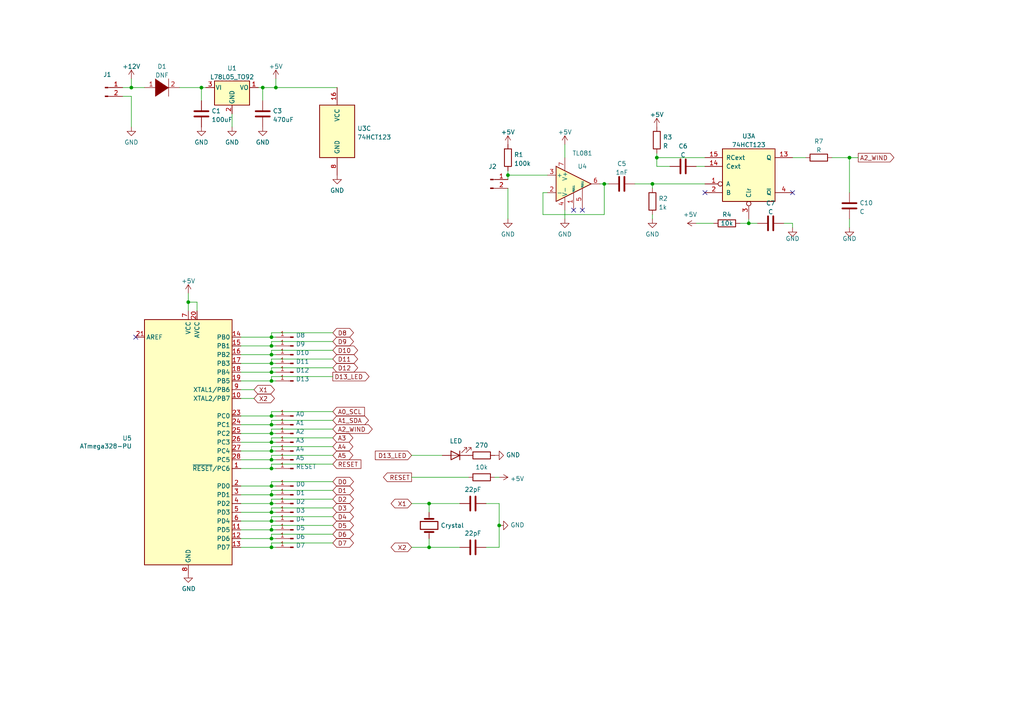
<source format=kicad_sch>
(kicad_sch (version 20230121) (generator eeschema)
  (paper "A4")
  (lib_symbols
    (symbol "74xx:74HCT123" (pin_names (offset 1.016))
      (property "Reference" "U" (at -7.62 8.89 0))
      (property "Value" "74HCT123" (at -7.62 -8.89 0))
      (symbol "74HCT123_1_0"
        (pin input inverted (at -12.7 -2.54 0) (length 5.08) (name "A") (number "1"))
        (pin output line (at 12.7 5.08 180) (length 5.08) (name "Q") (number "13"))
        (pin input line (at -12.7 2.54 0) (length 5.08) (name "Cext") (number "14"))
        (pin input line (at -12.7 5.08 0) (length 5.08) (name "RCext") (number "15"))
        (pin input line (at -12.7 -5.08 0) (length 5.08) (name "B") (number "2"))
        (pin input inverted (at 0 -12.7 90) (length 5.08) (name "Clr") (number "3"))
        (pin output line (at 12.7 -5.08 180) (length 5.08) (name "~{Q}") (number "4"))
      )
      (symbol "74HCT123_1_1"
        (rectangle (start -7.62 7.62) (end 7.62 -7.62) (stroke (width 0.254)) (fill (type background)))
      )
      (symbol "74HCT123_2_0"
        (pin input line (at -12.7 -5.08 0) (length 5.08) (name "B") (number "10"))
        (pin input inverted (at 0 -12.7 90) (length 5.08) (name "Clr") (number "11"))
        (pin output line (at 12.7 -5.08 180) (length 5.08) (name "~{Q}") (number "12"))
        (pin output line (at 12.7 5.08 180) (length 5.08) (name "Q") (number "5"))
        (pin input line (at -12.7 2.54 0) (length 5.08) (name "Cext") (number "6"))
        (pin input line (at -12.7 5.08 0) (length 5.08) (name "RCext") (number "7"))
        (pin input inverted (at -12.7 -2.54 0) (length 5.08) (name "A") (number "9"))
      )
      (symbol "74HCT123_2_1"
        (rectangle (start -7.62 7.62) (end 7.62 -7.62) (stroke (width 0.254)) (fill (type background)))
      )
      (symbol "74HCT123_3_0"
        (pin power_in line (at 0 12.7 270) (length 5.08) (name "VCC") (number "16"))
        (pin power_in line (at 0 -12.7 90) (length 5.08) (name "GND") (number "8"))
      )
      (symbol "74HCT123_3_1"
        (rectangle (start -5.08 7.62) (end 5.08 -7.62) (stroke (width 0.254)) (fill (type background)))
      )
    )
    (symbol "Amplifier_Operational:TL081" (pin_names (offset 0.127))
      (property "Reference" "U" (at 0 6.35 0))
      (property "Value" "TL081" (at 0 3.81 0))
      (symbol "TL081_0_1"
        (polyline (pts (xy -5.08 5.08) (xy 5.08 0) (xy -5.08 -5.08) (xy -5.08 5.08)) (stroke (width 0.254)) (fill (type background)))
      )
      (symbol "TL081_1_1"
        (pin input line (at 0 -7.62 90) (length 5.08) (name "NULL") (number "1"))
        (pin input line (at -7.62 -2.54 0) (length 2.54) (name "-") (number "2"))
        (pin input line (at -7.62 2.54 0) (length 2.54) (name "+") (number "3"))
        (pin power_in line (at -2.54 -7.62 90) (length 3.81) (name "V-") (number "4"))
        (pin input line (at 2.54 -7.62 90) (length 6.35) (name "NULL") (number "5"))
        (pin output line (at 7.62 0 180) (length 2.54) (name "~") (number "6"))
        (pin power_in line (at -2.54 7.62 270) (length 3.81) (name "V+") (number "7"))
        (pin no_connect line (at 0 2.54 270) (length 2.54) hide (name "NC") (number "8"))
      )
    )
    (symbol "Connector:Conn_01x01_Male" (pin_names (offset 1.016) hide)
      (property "Reference" "J" (at 0 2.54 0))
      (property "Value" "Conn_01x01_Male" (at 0 -2.54 0))
      (symbol "Conn_01x01_Male_1_1"
        (polyline (pts (xy 1.27 0) (xy 0.8636 0)) (stroke (width 0.1524)))
        (rectangle (start 0.8636 0.127) (end 0 -0.127) (stroke (width 0.1524)) (fill (type outline)))
        (pin passive line (at 5.08 0 180) (length 3.81) (name "Pin_1") (number "1"))
      )
    )
    (symbol "Connector:Conn_01x02_Male" (pin_names (offset 1.016) hide)
      (property "Reference" "J" (at 0 2.54 0))
      (property "Value" "Conn_01x02_Male" (at 0 -5.08 0))
      (symbol "Conn_01x02_Male_1_1"
        (polyline (pts (xy 1.27 -2.54) (xy 0.8636 -2.54)) (stroke (width 0.1524)))
        (polyline (pts (xy 1.27 0) (xy 0.8636 0)) (stroke (width 0.1524)))
        (rectangle (start 0.8636 -2.413) (end 0 -2.667) (stroke (width 0.1524)) (fill (type outline)))
        (rectangle (start 0.8636 0.127) (end 0 -0.127) (stroke (width 0.1524)) (fill (type outline)))
        (pin passive line (at 5.08 0 180) (length 3.81) (name "Pin_1") (number "1"))
        (pin passive line (at 5.08 -2.54 180) (length 3.81) (name "Pin_2") (number "2"))
      )
    )
    (symbol "Device:C" (pin_numbers hide) (pin_names (offset 0.254))
      (property "Reference" "C" (at 0.635 2.54 0))
      (property "Value" "C" (at 0.635 -2.54 0))
      (symbol "C_0_1"
        (polyline (pts (xy -2.032 -0.762) (xy 2.032 -0.762)) (stroke (width 0.508)))
        (polyline (pts (xy -2.032 0.762) (xy 2.032 0.762)) (stroke (width 0.508)))
      )
      (symbol "C_1_1"
        (pin passive line (at 0 3.81 270) (length 2.794) (name "~") (number "1"))
        (pin passive line (at 0 -3.81 90) (length 2.794) (name "~") (number "2"))
      )
    )
    (symbol "Device:Crystal" (pin_numbers hide) (pin_names (offset 1.016) hide)
      (property "Reference" "Y" (at 0 3.81 0))
      (property "Value" "Crystal" (at 0 -3.81 0))
      (symbol "Crystal_0_1"
        (rectangle (start -1.143 2.54) (end 1.143 -2.54) (stroke (width 0.3048)))
        (polyline (pts (xy -2.54 0) (xy -1.905 0)))
        (polyline (pts (xy -1.905 -1.27) (xy -1.905 1.27)) (stroke (width 0.508)))
        (polyline (pts (xy 1.905 -1.27) (xy 1.905 1.27)) (stroke (width 0.508)))
        (polyline (pts (xy 2.54 0) (xy 1.905 0)))
      )
      (symbol "Crystal_1_1"
        (pin passive line (at -3.81 0 0) (length 1.27) (name "1") (number "1"))
        (pin passive line (at 3.81 0 180) (length 1.27) (name "2") (number "2"))
      )
    )
    (symbol "Device:LED" (pin_numbers hide) (pin_names (offset 1.016) hide)
      (property "Reference" "D" (at 0 2.54 0))
      (property "Value" "LED" (at 0 -2.54 0))
      (symbol "LED_0_1"
        (polyline (pts (xy -1.27 -1.27) (xy -1.27 1.27)) (stroke (width 0.254)))
        (polyline (pts (xy -1.27 0) (xy 1.27 0)))
        (polyline (pts (xy 1.27 -1.27) (xy 1.27 1.27) (xy -1.27 0) (xy 1.27 -1.27)) (stroke (width 0.254)))
        (polyline (pts (xy -3.048 -0.762) (xy -4.572 -2.286) (xy -3.81 -2.286) (xy -4.572 -2.286) (xy -4.572 -1.524)))
        (polyline (pts (xy -1.778 -0.762) (xy -3.302 -2.286) (xy -2.54 -2.286) (xy -3.302 -2.286) (xy -3.302 -1.524)))
      )
      (symbol "LED_1_1"
        (pin passive line (at -3.81 0 0) (length 2.54) (name "K") (number "1"))
        (pin passive line (at 3.81 0 180) (length 2.54) (name "A") (number "2"))
      )
    )
    (symbol "Device:R" (pin_numbers hide) (pin_names (offset 0))
      (property "Reference" "R" (at 2.032 0 90))
      (property "Value" "R" (at 0 0 90))
      (symbol "R_0_1"
        (rectangle (start -1.016 -2.54) (end 1.016 2.54) (stroke (width 0.254)))
      )
      (symbol "R_1_1"
        (pin passive line (at 0 3.81 270) (length 1.27) (name "~") (number "1"))
        (pin passive line (at 0 -3.81 90) (length 1.27) (name "~") (number "2"))
      )
    )
    (symbol "MCU_Microchip_ATmega:ATmega328-PU"
      (property "Reference" "U" (at -12.7 36.83 0))
      (property "Value" "MCU_Microchip_ATmega_ATmega328-PU" (at 2.54 -36.83 0))
      (symbol "ATmega328-PU_0_1"
        (rectangle (start -12.7 -35.56) (end 12.7 35.56) (stroke (width 0.254)) (fill (type background)))
      )
      (symbol "ATmega328-PU_1_1"
        (pin bidirectional line (at 15.24 -7.62 180) (length 2.54) (name "~{RESET}/PC6") (number "1"))
        (pin bidirectional line (at 15.24 12.7 180) (length 2.54) (name "XTAL2/PB7") (number "10"))
        (pin bidirectional line (at 15.24 -25.4 180) (length 2.54) (name "PD5") (number "11"))
        (pin bidirectional line (at 15.24 -27.94 180) (length 2.54) (name "PD6") (number "12"))
        (pin bidirectional line (at 15.24 -30.48 180) (length 2.54) (name "PD7") (number "13"))
        (pin bidirectional line (at 15.24 30.48 180) (length 2.54) (name "PB0") (number "14"))
        (pin bidirectional line (at 15.24 27.94 180) (length 2.54) (name "PB1") (number "15"))
        (pin bidirectional line (at 15.24 25.4 180) (length 2.54) (name "PB2") (number "16"))
        (pin bidirectional line (at 15.24 22.86 180) (length 2.54) (name "PB3") (number "17"))
        (pin bidirectional line (at 15.24 20.32 180) (length 2.54) (name "PB4") (number "18"))
        (pin bidirectional line (at 15.24 17.78 180) (length 2.54) (name "PB5") (number "19"))
        (pin bidirectional line (at 15.24 -12.7 180) (length 2.54) (name "PD0") (number "2"))
        (pin power_in line (at 2.54 38.1 270) (length 2.54) (name "AVCC") (number "20"))
        (pin passive line (at -15.24 30.48 0) (length 2.54) (name "AREF") (number "21"))
        (pin passive line (at 0 -38.1 90) (length 2.54) hide (name "GND") (number "22"))
        (pin bidirectional line (at 15.24 7.62 180) (length 2.54) (name "PC0") (number "23"))
        (pin bidirectional line (at 15.24 5.08 180) (length 2.54) (name "PC1") (number "24"))
        (pin bidirectional line (at 15.24 2.54 180) (length 2.54) (name "PC2") (number "25"))
        (pin bidirectional line (at 15.24 0 180) (length 2.54) (name "PC3") (number "26"))
        (pin bidirectional line (at 15.24 -2.54 180) (length 2.54) (name "PC4") (number "27"))
        (pin bidirectional line (at 15.24 -5.08 180) (length 2.54) (name "PC5") (number "28"))
        (pin bidirectional line (at 15.24 -15.24 180) (length 2.54) (name "PD1") (number "3"))
        (pin bidirectional line (at 15.24 -17.78 180) (length 2.54) (name "PD2") (number "4"))
        (pin bidirectional line (at 15.24 -20.32 180) (length 2.54) (name "PD3") (number "5"))
        (pin bidirectional line (at 15.24 -22.86 180) (length 2.54) (name "PD4") (number "6"))
        (pin power_in line (at 0 38.1 270) (length 2.54) (name "VCC") (number "7"))
        (pin power_in line (at 0 -38.1 90) (length 2.54) (name "GND") (number "8"))
        (pin bidirectional line (at 15.24 15.24 180) (length 2.54) (name "XTAL1/PB6") (number "9"))
      )
    )
    (symbol "Regulator_Linear:L78L05_TO92" (pin_names (offset 0.254))
      (property "Reference" "U" (at -3.81 3.175 0))
      (property "Value" "L78L05_TO92" (at 0 3.175 0))
      (symbol "L78L05_TO92_0_1"
        (rectangle (start -5.08 -5.08) (end 5.08 1.905) (stroke (width 0.254)) (fill (type background)))
      )
      (symbol "L78L05_TO92_1_1"
        (pin power_out line (at 7.62 0 180) (length 2.54) (name "VO") (number "1"))
        (pin power_in line (at 0 -7.62 90) (length 2.54) (name "GND") (number "2"))
        (pin power_in line (at -7.62 0 0) (length 2.54) (name "VI") (number "3"))
      )
    )
    (symbol "power:+12V" (power) (pin_names (offset 0))
      (property "Value" "+12V" (at 0 3.556 0))
      (symbol "+12V_0_1"
        (polyline (pts (xy -0.762 1.27) (xy 0 2.54)))
        (polyline (pts (xy 0 0) (xy 0 2.54)))
        (polyline (pts (xy 0 2.54) (xy 0.762 1.27)))
      )
      (symbol "+12V_1_1"
        (pin power_in line (at 0 0 90) (length 0) hide (name "+12V") (number "1"))
      )
    )
    (symbol "power:+5V" (power) (pin_names (offset 0))
      (property "Value" "+5V" (at 0 3.556 0))
      (symbol "+5V_0_1"
        (polyline (pts (xy -0.762 1.27) (xy 0 2.54)))
        (polyline (pts (xy 0 0) (xy 0 2.54)))
        (polyline (pts (xy 0 2.54) (xy 0.762 1.27)))
      )
      (symbol "+5V_1_1"
        (pin power_in line (at 0 0 90) (length 0) hide (name "+5V") (number "1"))
      )
    )
    (symbol "power:GND" (power) (pin_names (offset 0))
      (property "Value" "GND" (at 0 -3.81 0))
      (symbol "GND_0_1"
        (polyline (pts (xy 0 0) (xy 0 -1.27) (xy 1.27 -1.27) (xy 0 -2.54) (xy -1.27 -1.27) (xy 0 -1.27)))
      )
      (symbol "GND_1_1"
        (pin power_in line (at 0 0 270) (length 0) hide (name "GND") (number "1"))
      )
    )
    (symbol "pspice:DIODE" (pin_names (offset 1.016) hide)
      (property "Reference" "D" (at 0 3.81 0))
      (property "Value" "DIODE" (at 0 -4.445 0))
      (symbol "DIODE_0_1"
        (polyline (pts (xy 1.905 2.54) (xy 1.905 -2.54)))
        (polyline (pts (xy -1.905 2.54) (xy -1.905 -2.54) (xy 1.905 0)) (fill (type outline)))
      )
      (symbol "DIODE_1_1"
        (pin input line (at -5.08 0 0) (length 3.81) (name "K") (number "1"))
        (pin input line (at 5.08 0 180) (length 3.81) (name "A") (number "2"))
      )
    )
  )
  (junction (at 78.74 128.27))
  (junction (at 78.74 140.97))
  (junction (at 78.74 102.87))
  (junction (at 78.74 135.89))
  (junction (at 78.74 123.19))
  (junction (at 189.23 53.34))
  (junction (at 54.61 87.63))
  (junction (at 175.26 53.34))
  (junction (at 76.2 25.4))
  (junction (at 78.74 125.73))
  (junction (at 147.32 50.8))
  (junction (at 78.74 107.95))
  (junction (at 78.74 156.21))
  (junction (at 38.1 25.4))
  (junction (at 78.74 130.81))
  (junction (at 78.74 97.79))
  (junction (at 78.74 120.65))
  (junction (at 58.42 25.4))
  (junction (at 190.5 45.72))
  (junction (at 78.74 151.13))
  (junction (at 78.74 100.33))
  (junction (at 80.01 25.4))
  (junction (at 246.38 45.72))
  (junction (at 217.17 64.77))
  (junction (at 124.46 158.75))
  (junction (at 78.74 158.75))
  (junction (at 144.78 152.4))
  (junction (at 78.74 105.41))
  (junction (at 78.74 133.35))
  (junction (at 78.74 143.51))
  (junction (at 78.74 148.59))
  (junction (at 78.74 153.67))
  (junction (at 124.46 146.05))
  (junction (at 78.74 110.49))
  (junction (at 78.74 146.05))
  (no_connect (at 229.87 55.88))
  (no_connect (at 204.47 55.88))
  (no_connect (at 168.91 60.96))
  (no_connect (at 166.37 60.96))
  (no_connect (at 39.37 97.79))
  (wire (pts (xy 58.42 25.4) (xy 59.69 25.4)))
  (wire (pts (xy 175.26 53.34) (xy 176.53 53.34)))
  (wire (pts (xy 78.74 135.89) (xy 78.74 134.62)))
  (wire (pts (xy 133.35 146.05) (xy 124.46 146.05)))
  (wire (pts (xy 78.74 142.24) (xy 78.74 143.51)))
  (wire (pts (xy 144.78 158.75) (xy 140.97 158.75)))
  (wire (pts (xy 69.85 148.59) (xy 78.74 148.59)))
  (wire (pts (xy 246.38 45.72) (xy 248.92 45.72)))
  (wire (pts (xy 190.5 45.72) (xy 190.5 48.26)))
  (wire (pts (xy 78.74 121.92) (xy 96.52 121.92)))
  (wire (pts (xy 78.74 100.33) (xy 69.85 100.33)))
  (wire (pts (xy 54.61 85.09) (xy 54.61 87.63)))
  (wire (pts (xy 78.74 96.52) (xy 96.52 96.52)))
  (wire (pts (xy 189.23 53.34) (xy 204.47 53.34)))
  (wire (pts (xy 124.46 146.05) (xy 119.38 146.05)))
  (wire (pts (xy 78.74 110.49) (xy 78.74 109.22)))
  (wire (pts (xy 163.83 60.96) (xy 163.83 63.5)))
  (wire (pts (xy 80.01 146.05) (xy 78.74 146.05)))
  (wire (pts (xy 52.07 25.4) (xy 58.42 25.4)))
  (wire (pts (xy 175.26 53.34) (xy 175.26 62.23)))
  (wire (pts (xy 78.74 124.46) (xy 96.52 124.46)))
  (wire (pts (xy 69.85 120.65) (xy 78.74 120.65)))
  (wire (pts (xy 190.5 45.72) (xy 204.47 45.72)))
  (wire (pts (xy 78.74 134.62) (xy 96.52 134.62)))
  (wire (pts (xy 69.85 153.67) (xy 78.74 153.67)))
  (wire (pts (xy 78.74 104.14) (xy 96.52 104.14)))
  (wire (pts (xy 78.74 158.75) (xy 78.74 157.48)))
  (wire (pts (xy 78.74 135.89) (xy 80.01 135.89)))
  (wire (pts (xy 78.74 140.97) (xy 69.85 140.97)))
  (wire (pts (xy 246.38 63.5) (xy 246.38 66.04)))
  (wire (pts (xy 78.74 123.19) (xy 69.85 123.19)))
  (wire (pts (xy 78.74 102.87) (xy 80.01 102.87)))
  (wire (pts (xy 38.1 25.4) (xy 41.91 25.4)))
  (wire (pts (xy 78.74 102.87) (xy 78.74 101.6)))
  (wire (pts (xy 144.78 146.05) (xy 144.78 152.4)))
  (wire (pts (xy 58.42 25.4) (xy 58.42 29.21)))
  (wire (pts (xy 246.38 45.72) (xy 246.38 55.88)))
  (wire (pts (xy 157.48 62.23) (xy 175.26 62.23)))
  (wire (pts (xy 135.89 138.43) (xy 119.38 138.43)))
  (wire (pts (xy 38.1 22.86) (xy 38.1 25.4)))
  (wire (pts (xy 147.32 50.8) (xy 158.75 50.8)))
  (wire (pts (xy 78.74 120.65) (xy 78.74 119.38)))
  (wire (pts (xy 78.74 127) (xy 96.52 127)))
  (wire (pts (xy 124.46 158.75) (xy 133.35 158.75)))
  (wire (pts (xy 78.74 133.35) (xy 69.85 133.35)))
  (wire (pts (xy 69.85 158.75) (xy 78.74 158.75)))
  (wire (pts (xy 124.46 156.21) (xy 124.46 158.75)))
  (wire (pts (xy 201.93 64.77) (xy 207.01 64.77)))
  (wire (pts (xy 80.01 105.41) (xy 78.74 105.41)))
  (wire (pts (xy 69.85 130.81) (xy 78.74 130.81)))
  (wire (pts (xy 78.74 123.19) (xy 78.74 121.92)))
  (wire (pts (xy 143.51 138.43) (xy 144.78 138.43)))
  (wire (pts (xy 229.87 45.72) (xy 233.68 45.72)))
  (wire (pts (xy 217.17 64.77) (xy 219.71 64.77)))
  (wire (pts (xy 119.38 132.08) (xy 128.27 132.08)))
  (wire (pts (xy 78.74 152.4) (xy 96.52 152.4)))
  (wire (pts (xy 78.74 129.54) (xy 96.52 129.54)))
  (wire (pts (xy 78.74 156.21) (xy 69.85 156.21)))
  (wire (pts (xy 78.74 130.81) (xy 80.01 130.81)))
  (wire (pts (xy 78.74 125.73) (xy 78.74 124.46)))
  (wire (pts (xy 78.74 149.86) (xy 78.74 151.13)))
  (wire (pts (xy 163.83 41.91) (xy 163.83 45.72)))
  (wire (pts (xy 78.74 105.41) (xy 69.85 105.41)))
  (wire (pts (xy 78.74 97.79) (xy 80.01 97.79)))
  (wire (pts (xy 74.93 25.4) (xy 76.2 25.4)))
  (wire (pts (xy 189.23 62.23) (xy 189.23 63.5)))
  (wire (pts (xy 69.85 102.87) (xy 78.74 102.87)))
  (wire (pts (xy 78.74 110.49) (xy 69.85 110.49)))
  (wire (pts (xy 78.74 132.08) (xy 96.52 132.08)))
  (wire (pts (xy 78.74 154.94) (xy 78.74 156.21)))
  (wire (pts (xy 78.74 120.65) (xy 80.01 120.65)))
  (wire (pts (xy 78.74 153.67) (xy 80.01 153.67)))
  (wire (pts (xy 80.01 25.4) (xy 97.79 25.4)))
  (wire (pts (xy 78.74 154.94) (xy 96.52 154.94)))
  (wire (pts (xy 78.74 152.4) (xy 78.74 153.67)))
  (wire (pts (xy 78.74 128.27) (xy 69.85 128.27)))
  (wire (pts (xy 80.01 151.13) (xy 78.74 151.13)))
  (wire (pts (xy 158.75 55.88) (xy 157.48 55.88)))
  (wire (pts (xy 78.74 151.13) (xy 69.85 151.13)))
  (wire (pts (xy 78.74 147.32) (xy 96.52 147.32)))
  (wire (pts (xy 78.74 148.59) (xy 80.01 148.59)))
  (wire (pts (xy 140.97 146.05) (xy 144.78 146.05)))
  (wire (pts (xy 69.85 115.57) (xy 73.66 115.57)))
  (wire (pts (xy 69.85 135.89) (xy 78.74 135.89)))
  (wire (pts (xy 78.74 144.78) (xy 96.52 144.78)))
  (wire (pts (xy 201.93 48.26) (xy 204.47 48.26)))
  (wire (pts (xy 147.32 54.61) (xy 147.32 63.5)))
  (wire (pts (xy 173.99 53.34) (xy 175.26 53.34)))
  (wire (pts (xy 76.2 25.4) (xy 80.01 25.4)))
  (wire (pts (xy 78.74 139.7) (xy 96.52 139.7)))
  (wire (pts (xy 78.74 147.32) (xy 78.74 148.59)))
  (wire (pts (xy 157.48 55.88) (xy 157.48 62.23)))
  (wire (pts (xy 78.74 128.27) (xy 78.74 127)))
  (wire (pts (xy 184.15 53.34) (xy 189.23 53.34)))
  (wire (pts (xy 147.32 49.53) (xy 147.32 50.8)))
  (wire (pts (xy 38.1 36.83) (xy 38.1 27.94)))
  (wire (pts (xy 144.78 152.4) (xy 144.78 158.75)))
  (wire (pts (xy 190.5 48.26) (xy 194.31 48.26)))
  (wire (pts (xy 69.85 107.95) (xy 78.74 107.95)))
  (wire (pts (xy 78.74 149.86) (xy 96.52 149.86)))
  (wire (pts (xy 78.74 158.75) (xy 80.01 158.75)))
  (wire (pts (xy 78.74 157.48) (xy 96.52 157.48)))
  (wire (pts (xy 76.2 29.21) (xy 76.2 25.4)))
  (wire (pts (xy 78.74 107.95) (xy 78.74 106.68)))
  (wire (pts (xy 78.74 101.6) (xy 96.52 101.6)))
  (wire (pts (xy 214.63 64.77) (xy 217.17 64.77)))
  (wire (pts (xy 78.74 109.22) (xy 96.52 109.22)))
  (wire (pts (xy 78.74 107.95) (xy 80.01 107.95)))
  (wire (pts (xy 54.61 87.63) (xy 57.15 87.63)))
  (wire (pts (xy 124.46 146.05) (xy 124.46 148.59)))
  (wire (pts (xy 78.74 99.06) (xy 96.52 99.06)))
  (wire (pts (xy 78.74 119.38) (xy 96.52 119.38)))
  (wire (pts (xy 147.32 50.8) (xy 147.32 52.07)))
  (wire (pts (xy 69.85 143.51) (xy 78.74 143.51)))
  (wire (pts (xy 67.31 33.02) (xy 67.31 36.83)))
  (wire (pts (xy 78.74 143.51) (xy 80.01 143.51)))
  (wire (pts (xy 217.17 63.5) (xy 217.17 64.77)))
  (wire (pts (xy 35.56 25.4) (xy 38.1 25.4)))
  (wire (pts (xy 69.85 97.79) (xy 78.74 97.79)))
  (wire (pts (xy 54.61 87.63) (xy 54.61 90.17)))
  (wire (pts (xy 80.01 133.35) (xy 78.74 133.35)))
  (wire (pts (xy 57.15 87.63) (xy 57.15 90.17)))
  (wire (pts (xy 78.74 106.68) (xy 96.52 106.68)))
  (wire (pts (xy 78.74 144.78) (xy 78.74 146.05)))
  (wire (pts (xy 78.74 133.35) (xy 78.74 132.08)))
  (wire (pts (xy 78.74 105.41) (xy 78.74 104.14)))
  (wire (pts (xy 80.01 22.86) (xy 80.01 25.4)))
  (wire (pts (xy 80.01 110.49) (xy 78.74 110.49)))
  (wire (pts (xy 80.01 140.97) (xy 78.74 140.97)))
  (wire (pts (xy 80.01 100.33) (xy 78.74 100.33)))
  (wire (pts (xy 73.66 113.03) (xy 69.85 113.03)))
  (wire (pts (xy 78.74 100.33) (xy 78.74 99.06)))
  (wire (pts (xy 80.01 156.21) (xy 78.74 156.21)))
  (wire (pts (xy 78.74 142.24) (xy 96.52 142.24)))
  (wire (pts (xy 241.3 45.72) (xy 246.38 45.72)))
  (wire (pts (xy 229.87 64.77) (xy 229.87 66.04)))
  (wire (pts (xy 78.74 130.81) (xy 78.74 129.54)))
  (wire (pts (xy 78.74 125.73) (xy 80.01 125.73)))
  (wire (pts (xy 78.74 139.7) (xy 78.74 140.97)))
  (wire (pts (xy 69.85 125.73) (xy 78.74 125.73)))
  (wire (pts (xy 78.74 97.79) (xy 78.74 96.52)))
  (wire (pts (xy 80.01 123.19) (xy 78.74 123.19)))
  (wire (pts (xy 80.01 128.27) (xy 78.74 128.27)))
  (wire (pts (xy 35.56 27.94) (xy 38.1 27.94)))
  (wire (pts (xy 190.5 44.45) (xy 190.5 45.72)))
  (wire (pts (xy 189.23 53.34) (xy 189.23 54.61)))
  (wire (pts (xy 227.33 64.77) (xy 229.87 64.77)))
  (wire (pts (xy 78.74 146.05) (xy 69.85 146.05)))
  (wire (pts (xy 124.46 158.75) (xy 119.38 158.75)))
  (global_label "A1_SDA" (shape bidirectional) (at 96.52 121.92 0) (property "Intersheetrefs" "${INTERSHEET_REFS}" (effects hide)))
  (global_label "A2_WIND" (shape output) (at 248.92 45.72 0) (property "Intersheetrefs" "${INTERSHEET_REFS}" (effects hide)))
  (global_label "X1" (shape bidirectional) (at 119.38 146.05 180) (property "Intersheetrefs" "${INTERSHEET_REFS}" (effects hide)))
  (global_label "D1" (shape bidirectional) (at 96.52 142.24 0) (property "Intersheetrefs" "${INTERSHEET_REFS}" (effects hide)))
  (global_label "A2_WIND" (shape bidirectional) (at 96.52 124.46 0) (property "Intersheetrefs" "${INTERSHEET_REFS}" (effects hide)))
  (global_label "D3" (shape bidirectional) (at 96.52 147.32 0) (property "Intersheetrefs" "${INTERSHEET_REFS}" (effects hide)))
  (global_label "A3" (shape bidirectional) (at 96.52 127 0) (property "Intersheetrefs" "${INTERSHEET_REFS}" (effects hide)))
  (global_label "X2" (shape bidirectional) (at 73.66 115.57 0) (property "Intersheetrefs" "${INTERSHEET_REFS}" (effects hide)))
  (global_label "D12" (shape bidirectional) (at 96.52 106.68 0) (property "Intersheetrefs" "${INTERSHEET_REFS}" (effects hide)))
  (global_label "D0" (shape bidirectional) (at 96.52 139.7 0) (property "Intersheetrefs" "${INTERSHEET_REFS}" (effects hide)))
  (global_label "D10" (shape bidirectional) (at 96.52 101.6 0) (property "Intersheetrefs" "${INTERSHEET_REFS}" (effects hide)))
  (global_label "X1" (shape bidirectional) (at 73.66 113.03 0) (property "Intersheetrefs" "${INTERSHEET_REFS}" (effects hide)))
  (global_label "RESET" (shape input) (at 96.52 134.62 0) (property "Intersheetrefs" "${INTERSHEET_REFS}" (effects hide)))
  (global_label "A0_SCL" (shape input) (at 96.52 119.38 0) (property "Intersheetrefs" "${INTERSHEET_REFS}" (effects hide)))
  (global_label "D13_LED" (shape input) (at 119.38 132.08 180) (property "Intersheetrefs" "${INTERSHEET_REFS}" (effects hide)))
  (global_label "A5" (shape bidirectional) (at 96.52 132.08 0) (property "Intersheetrefs" "${INTERSHEET_REFS}" (effects hide)))
  (global_label "D4" (shape bidirectional) (at 96.52 149.86 0) (property "Intersheetrefs" "${INTERSHEET_REFS}" (effects hide)))
  (global_label "RESET" (shape output) (at 119.38 138.43 180) (property "Intersheetrefs" "${INTERSHEET_REFS}" (effects hide)))
  (global_label "D11" (shape bidirectional) (at 96.52 104.14 0) (property "Intersheetrefs" "${INTERSHEET_REFS}" (effects hide)))
  (global_label "D9" (shape bidirectional) (at 96.52 99.06 0) (property "Intersheetrefs" "${INTERSHEET_REFS}" (effects hide)))
  (global_label "X2" (shape bidirectional) (at 119.38 158.75 180) (property "Intersheetrefs" "${INTERSHEET_REFS}" (effects hide)))
  (global_label "D7" (shape bidirectional) (at 96.52 157.48 0) (property "Intersheetrefs" "${INTERSHEET_REFS}" (effects hide)))
  (global_label "A4" (shape bidirectional) (at 96.52 129.54 0) (property "Intersheetrefs" "${INTERSHEET_REFS}" (effects hide)))
  (global_label "D2" (shape bidirectional) (at 96.52 144.78 0) (property "Intersheetrefs" "${INTERSHEET_REFS}" (effects hide)))
  (global_label "D13_LED" (shape output) (at 96.52 109.22 0) (property "Intersheetrefs" "${INTERSHEET_REFS}" (effects hide)))
  (global_label "D6" (shape bidirectional) (at 96.52 154.94 0) (property "Intersheetrefs" "${INTERSHEET_REFS}" (effects hide)))
  (global_label "D5" (shape bidirectional) (at 96.52 152.4 0) (property "Intersheetrefs" "${INTERSHEET_REFS}" (effects hide)))
  (global_label "D8" (shape bidirectional) (at 96.52 96.52 0) (property "Intersheetrefs" "${INTERSHEET_REFS}" (effects hide)))
  (symbol (lib_id "Connector:Conn_01x01_Male") (at 85.09 158.75 180) (unit 1)
    (property "Reference" "J23" (effects hide))
    (property "Value" "D7" (at 85.8012 158.1912 0) (effects (justify right)))
    (property "Footprint" "Connector_PinHeader_2.54mm:PinHeader_1x01_P2.54mm_Vertical" (effects hide))
  )
  (symbol (lib_id "Connector:Conn_01x01_Male") (at 85.09 120.65 180) (unit 1)
    (property "Reference" "J9" (effects hide))
    (property "Value" "A0" (at 85.8012 120.0912 0) (effects (justify right)))
    (property "Footprint" "Connector_PinHeader_2.54mm:PinHeader_1x01_P2.54mm_Vertical" (effects hide))
  )
  (symbol (lib_id "Device:C") (at 76.2 33.02 0) (unit 1)
    (property "Reference" "C3" (at 79.121 32.1853 0) (effects (justify left)))
    (property "Value" "470uF" (at 79.121 34.7222 0) (effects (justify left)))
    (property "Footprint" "Capacitor_THT:C_Radial_D6.3mm_H11.0mm_P2.50mm" (effects hide))
  )
  (symbol (lib_id "Device:R") (at 190.5 40.64 0) (unit 1)
    (property "Reference" "R3" (at 192.278 39.8053 0) (effects (justify left)))
    (property "Value" "R" (at 192.278 42.3422 0) (effects (justify left)))
    (property "Footprint" "Resistor_THT:R_Axial_DIN0207_L6.3mm_D2.5mm_P7.62mm_Horizontal" (effects hide))
  )
  (symbol (lib_id "Device:Crystal") (at 124.46 152.4 270) (unit 1)
    (property "Reference" "Y1" (effects hide))
    (property "Value" "Crystal" (at 127.7874 152.4 90) (effects (justify left)))
    (property "Footprint" "Crystal:Crystal_HC49-4H_Vertical" (effects hide))
  )
  (symbol (lib_id "MCU_Microchip_ATmega:ATmega328-PU") (at 54.61 128.27 0) (unit 1)
    (property "Reference" "U5" (at 38.2524 127.1016 0) (effects (justify right)))
    (property "Value" "ATmega328-PU" (at 38.2524 129.413 0) (effects (justify right)))
    (property "Footprint" "Package_DIP:DIP-28_W7.62mm_Socket" (effects hide))
    (property "Datasheet" "http://ww1.microchip.com/downloads/en/DeviceDoc/ATmega328_P%20AVR%20MCU%20with%20picoPower%20Technology%20Data%20Sheet%2040001984A.pdf" (effects hide))
  )
  (symbol (lib_id "Device:R") (at 139.7 138.43 90) (unit 1)
    (property "Reference" "R6" (effects hide))
    (property "Value" "10k" (at 139.7 135.509 90))
    (property "Footprint" "Resistor_THT:R_Axial_DIN0207_L6.3mm_D2.5mm_P7.62mm_Horizontal" (effects hide))
  )
  (symbol (lib_id "Device:R") (at 147.32 45.72 0) (unit 1)
    (property "Reference" "R1" (at 149.098 44.8853 0) (effects (justify left)))
    (property "Value" "100k" (at 149.098 47.4222 0) (effects (justify left)))
    (property "Footprint" "Resistor_THT:R_Axial_DIN0207_L6.3mm_D2.5mm_P7.62mm_Horizontal" (effects hide))
  )
  (symbol (lib_id "Connector:Conn_01x01_Male") (at 85.09 140.97 180) (unit 1)
    (property "Reference" "J16" (effects hide))
    (property "Value" "D0" (at 85.8012 140.4112 0) (effects (justify right)))
    (property "Footprint" "Connector_PinHeader_2.54mm:PinHeader_1x01_P2.54mm_Vertical" (effects hide))
  )
  (symbol (lib_id "Connector:Conn_01x02_Male") (at 142.24 52.07 0) (unit 1)
    (property "Reference" "J2" (at 142.875 48.294 0))
    (property "Value" "WindConnector" (effects hide))
    (property "Footprint" "Connector_PinHeader_2.54mm:PinHeader_1x02_P2.54mm_Vertical" (effects hide))
  )
  (symbol (lib_id "power:+12V") (at 38.1 22.86 0) (unit 1)
    (property "Reference" "#PWR01" (effects hide))
    (property "Value" "+12V" (at 38.1 19.2842 0))
  )
  (symbol (lib_id "power:GND") (at 97.79 50.8 0) (unit 1)
    (property "Reference" "#PWR011" (effects hide))
    (property "Value" "GND" (at 97.79 55.2434 0))
  )
  (symbol (lib_id "power:GND") (at 229.87 66.04 0) (unit 1)
    (property "Reference" "#PWR019" (effects hide))
    (property "Value" "GND" (at 229.87 69.2134 0))
  )
  (symbol (lib_id "power:GND") (at 147.32 63.5 0) (unit 1)
    (property "Reference" "#PWR013" (effects hide))
    (property "Value" "GND" (at 147.32 67.9434 0))
  )
  (symbol (lib_id "Connector:Conn_01x01_Male") (at 85.09 151.13 180) (unit 1)
    (property "Reference" "J20" (effects hide))
    (property "Value" "D4" (at 85.8012 150.5712 0) (effects (justify right)))
    (property "Footprint" "Connector_PinHeader_2.54mm:PinHeader_1x01_P2.54mm_Vertical" (effects hide))
  )
  (symbol (lib_id "Device:C") (at 137.16 146.05 270) (unit 1)
    (property "Reference" "C8" (effects hide))
    (property "Value" "22pF" (at 137.16 141.986 90))
    (property "Footprint" "Capacitor_THT:C_Disc_D3.0mm_W1.6mm_P2.50mm" (effects hide))
  )
  (symbol (lib_id "Device:C") (at 246.38 59.69 180) (unit 1)
    (property "Reference" "C10" (at 249.301 58.8553 0) (effects (justify right)))
    (property "Value" "C" (at 249.301 61.3922 0) (effects (justify right)))
  )
  (symbol (lib_id "Connector:Conn_01x01_Male") (at 85.09 153.67 180) (unit 1)
    (property "Reference" "J21" (effects hide))
    (property "Value" "D5" (at 85.8012 153.1112 0) (effects (justify right)))
    (property "Footprint" "Connector_PinHeader_2.54mm:PinHeader_1x01_P2.54mm_Vertical" (effects hide))
  )
  (symbol (lib_id "power:+5V") (at 190.5 36.83 0) (unit 1)
    (property "Reference" "#PWR017" (effects hide))
    (property "Value" "+5V" (at 190.5 33.2542 0))
  )
  (symbol (lib_id "power:GND") (at 38.1 36.83 0) (unit 1)
    (property "Reference" "#PWR02" (effects hide))
    (property "Value" "GND" (at 38.1 41.2734 0))
  )
  (symbol (lib_id "Device:R") (at 210.82 64.77 90) (unit 1)
    (property "Reference" "R4" (at 210.82 62.23 90))
    (property "Value" "10k" (at 210.82 64.77 90))
    (property "Footprint" "Resistor_THT:R_Axial_DIN0207_L6.3mm_D2.5mm_P7.62mm_Horizontal" (effects hide))
  )
  (symbol (lib_id "power:GND") (at 189.23 63.5 0) (unit 1)
    (property "Reference" "#PWR016" (effects hide))
    (property "Value" "GND" (at 189.23 67.9434 0))
  )
  (symbol (lib_id "Device:R") (at 237.49 45.72 90) (unit 1)
    (property "Reference" "R7" (at 237.49 41.0042 90))
    (property "Value" "R" (at 237.49 43.5411 90))
    (property "Footprint" "Resistor_THT:R_Axial_DIN0207_L6.3mm_D2.5mm_P7.62mm_Horizontal" (effects hide))
  )
  (symbol (lib_id "power:GND") (at 163.83 63.5 0) (unit 1)
    (property "Reference" "#PWR015" (effects hide))
    (property "Value" "GND" (at 163.83 67.9434 0))
  )
  (symbol (lib_id "Connector:Conn_01x01_Male") (at 85.09 146.05 180) (unit 1)
    (property "Reference" "J18" (effects hide))
    (property "Value" "D2" (at 85.8012 145.4912 0) (effects (justify right)))
    (property "Footprint" "Connector_PinHeader_2.54mm:PinHeader_1x01_P2.54mm_Vertical" (effects hide))
  )
  (symbol (lib_id "power:GND") (at 58.42 36.83 0) (unit 1)
    (property "Reference" "#PWR03" (effects hide))
    (property "Value" "GND" (at 58.42 41.2734 0))
  )
  (symbol (lib_id "power:GND") (at 246.38 66.04 0) (unit 1)
    (property "Reference" "#PWR025" (effects hide))
    (property "Value" "GND" (at 246.38 69.2134 0))
  )
  (symbol (lib_id "power:+5V") (at 163.83 41.91 0) (unit 1)
    (property "Reference" "#PWR014" (effects hide))
    (property "Value" "+5V" (at 163.83 38.3342 0))
  )
  (symbol (lib_id "Connector:Conn_01x01_Male") (at 85.09 110.49 180) (unit 1)
    (property "Reference" "J8" (effects hide))
    (property "Value" "D13" (at 85.8012 109.9312 0) (effects (justify right)))
    (property "Footprint" "Connector_PinHeader_2.54mm:PinHeader_1x01_P2.54mm_Vertical" (effects hide))
  )
  (symbol (lib_id "Connector:Conn_01x01_Male") (at 85.09 123.19 180) (unit 1)
    (property "Reference" "J10" (effects hide))
    (property "Value" "A1" (at 85.8012 122.6312 0) (effects (justify right)))
    (property "Footprint" "Connector_PinHeader_2.54mm:PinHeader_1x01_P2.54mm_Vertical" (effects hide))
  )
  (symbol (lib_id "Device:C") (at 137.16 158.75 270) (unit 1)
    (property "Reference" "C9" (effects hide))
    (property "Value" "22pF" (at 137.16 154.686 90))
    (property "Footprint" "Capacitor_THT:C_Disc_D3.0mm_W1.6mm_P2.50mm" (effects hide))
  )
  (symbol (lib_id "Regulator_Linear:L78L05_TO92") (at 67.31 25.4 0) (unit 1)
    (property "Reference" "U1" (at 67.31 19.7952 0))
    (property "Value" "L78L05_TO92" (at 67.31 22.3321 0))
    (property "Footprint" "Package_TO_SOT_THT:TO-92_Inline" (effects hide))
    (property "Datasheet" "http://www.st.com/content/ccc/resource/technical/document/datasheet/15/55/e5/aa/23/5b/43/fd/CD00000446.pdf/files/CD00000446.pdf/jcr:content/translations/en.CD00000446.pdf" (effects hide))
  )
  (symbol (lib_id "power:+5V") (at 147.32 41.91 0) (unit 1)
    (property "Reference" "#PWR012" (effects hide))
    (property "Value" "+5V" (at 147.32 38.3342 0))
  )
  (symbol (lib_id "Connector:Conn_01x01_Male") (at 85.09 100.33 180) (unit 1)
    (property "Reference" "J4" (effects hide))
    (property "Value" "D9" (at 85.8012 99.7712 0) (effects (justify right)))
    (property "Footprint" "Connector_PinHeader_2.54mm:PinHeader_1x01_P2.54mm_Vertical" (effects hide))
  )
  (symbol (lib_id "Connector:Conn_01x01_Male") (at 85.09 128.27 180) (unit 1)
    (property "Reference" "J12" (effects hide))
    (property "Value" "A3" (at 85.8012 127.7112 0) (effects (justify right)))
    (property "Footprint" "Connector_PinHeader_2.54mm:PinHeader_1x01_P2.54mm_Vertical" (effects hide))
  )
  (symbol (lib_id "Connector:Conn_01x01_Male") (at 85.09 105.41 180) (unit 1)
    (property "Reference" "J6" (effects hide))
    (property "Value" "D11" (at 85.8012 104.8512 0) (effects (justify right)))
    (property "Footprint" "Connector_PinHeader_2.54mm:PinHeader_1x01_P2.54mm_Vertical" (effects hide))
  )
  (symbol (lib_id "power:+5V") (at 144.78 138.43 270) (unit 1)
    (property "Reference" "#PWR023" (effects hide))
    (property "Value" "+5V" (at 147.955 138.8638 90) (effects (justify left)))
  )
  (symbol (lib_id "Device:C") (at 180.34 53.34 90) (unit 1)
    (property "Reference" "C5" (at 180.34 47.4812 90))
    (property "Value" "1nF" (at 180.34 50.0181 90))
  )
  (symbol (lib_id "Connector:Conn_01x01_Male") (at 85.09 97.79 180) (unit 1)
    (property "Reference" "J3" (effects hide))
    (property "Value" "D8" (at 85.8012 97.2312 0) (effects (justify right)))
    (property "Footprint" "Connector_PinHeader_2.54mm:PinHeader_1x01_P2.54mm_Vertical" (effects hide))
  )
  (symbol (lib_id "power:GND") (at 76.2 36.83 0) (unit 1)
    (property "Reference" "#PWR07" (effects hide))
    (property "Value" "GND" (at 76.2 41.2734 0))
  )
  (symbol (lib_id "Device:C") (at 223.52 64.77 90) (unit 1)
    (property "Reference" "C7" (at 223.52 58.9112 90))
    (property "Value" "C" (at 223.52 61.4481 90))
  )
  (symbol (lib_id "Connector:Conn_01x01_Male") (at 85.09 143.51 180) (unit 1)
    (property "Reference" "J17" (effects hide))
    (property "Value" "D1" (at 85.8012 142.9512 0) (effects (justify right)))
    (property "Footprint" "Connector_PinHeader_2.54mm:PinHeader_1x01_P2.54mm_Vertical" (effects hide))
  )
  (symbol (lib_id "power:GND") (at 144.78 152.4 90) (unit 1)
    (property "Reference" "#PWR024" (effects hide))
    (property "Value" "GND" (at 148.0312 152.273 90) (effects (justify right)))
  )
  (symbol (lib_id "Device:R") (at 189.23 58.42 180) (unit 1)
    (property "Reference" "R2" (at 191.008 57.5853 0) (effects (justify right)))
    (property "Value" "1k" (at 191.008 60.1222 0) (effects (justify right)))
    (property "Footprint" "Resistor_THT:R_Axial_DIN0207_L6.3mm_D2.5mm_P7.62mm_Horizontal" (effects hide))
  )
  (symbol (lib_id "Device:C") (at 58.42 33.02 0) (unit 1)
    (property "Reference" "C1" (at 61.341 32.1853 0) (effects (justify left)))
    (property "Value" "100uF" (at 61.341 34.7222 0) (effects (justify left)))
    (property "Footprint" "Capacitor_THT:C_Radial_D6.3mm_H11.0mm_P2.50mm" (effects hide))
  )
  (symbol (lib_id "Connector:Conn_01x01_Male") (at 85.09 148.59 180) (unit 1)
    (property "Reference" "J19" (effects hide))
    (property "Value" "D3" (at 85.8012 148.0312 0) (effects (justify right)))
    (property "Footprint" "Connector_PinHeader_2.54mm:PinHeader_1x01_P2.54mm_Vertical" (effects hide))
  )
  (symbol (lib_id "Amplifier_Operational:TL081") (at 166.37 53.34 0) (unit 1)
    (property "Reference" "U4" (at 168.91 48.26 0))
    (property "Value" "TL081" (at 168.91 44.45 0))
    (property "Footprint" "Package_DIP:DIP-8_W7.62mm_Socket" (effects hide))
    (property "Datasheet" "http://www.ti.com/lit/ds/symlink/tl081.pdf" (effects hide))
  )
  (symbol (lib_id "power:GND") (at 54.61 166.37 0) (unit 1)
    (property "Reference" "#PWR021" (effects hide))
    (property "Value" "GND" (at 54.737 170.7642 0))
  )
  (symbol (lib_id "74xx:74HCT123") (at 217.17 50.8 0) (unit 1)
    (property "Reference" "U3" (at 217.17 39.4802 0))
    (property "Value" "74HCT123" (at 217.17 42.0171 0))
    (property "Footprint" "Package_DIP:DIP-16_W7.62mm_Socket" (effects hide))
    (property "Datasheet" "https://assets.nexperia.com/documents/data-sheet/74HC_HCT123.pdf" (effects hide))
  )
  (symbol (lib_id "Connector:Conn_01x01_Male") (at 85.09 156.21 180) (unit 1)
    (property "Reference" "J22" (effects hide))
    (property "Value" "D6" (at 85.8012 155.6512 0) (effects (justify right)))
    (property "Footprint" "Connector_PinHeader_2.54mm:PinHeader_1x01_P2.54mm_Vertical" (effects hide))
  )
  (symbol (lib_id "power:GND") (at 143.51 132.08 90) (unit 1)
    (property "Reference" "#PWR022" (effects hide))
    (property "Value" "GND" (at 146.7612 131.953 90) (effects (justify right)))
  )
  (symbol (lib_id "Device:C") (at 198.12 48.26 90) (unit 1)
    (property "Reference" "C6" (at 198.12 42.4012 90))
    (property "Value" "C" (at 198.12 44.9381 90))
  )
  (symbol (lib_id "pspice:DIODE") (at 46.99 25.4 0) (unit 1)
    (property "Reference" "D1" (at 46.99 19.2872 0))
    (property "Value" "DNF" (at 46.99 21.8241 0))
    (property "Footprint" "Diode_THT:D_DO-34_SOD68_P5.08mm_Vertical_AnodeUp" (effects hide))
  )
  (symbol (lib_id "power:GND") (at 67.31 36.83 0) (unit 1)
    (property "Reference" "#PWR05" (effects hide))
    (property "Value" "GND" (at 67.31 41.2734 0))
  )
  (symbol (lib_id "power:+5V") (at 201.93 64.77 90) (unit 1)
    (property "Reference" "#PWR018" (effects hide))
    (property "Value" "+5V" (at 198.12 62.23 90) (effects (justify right)))
  )
  (symbol (lib_id "Device:LED") (at 132.08 132.08 180) (unit 1)
    (property "Reference" "D2" (effects hide))
    (property "Value" "LED" (at 132.2578 127.9144 0))
    (property "Footprint" "LED_THT:LED_D5.0mm" (effects hide))
  )
  (symbol (lib_id "74xx:74HCT123") (at 97.79 38.1 0) (unit 3)
    (property "Reference" "U3" (at 103.632 37.2653 0) (effects (justify left)))
    (property "Value" "74HCT123" (at 103.632 39.8022 0) (effects (justify left)))
    (property "Footprint" "Package_DIP:DIP-16_W7.62mm_Socket" (effects hide))
    (property "Datasheet" "https://assets.nexperia.com/documents/data-sheet/74HC_HCT123.pdf" (effects hide))
  )
  (symbol (lib_id "Device:R") (at 139.7 132.08 270) (unit 1)
    (property "Reference" "R5" (effects hide))
    (property "Value" "270" (at 139.7 129.159 90))
    (property "Footprint" "Resistor_THT:R_Axial_DIN0207_L6.3mm_D2.5mm_P7.62mm_Horizontal" (effects hide))
  )
  (symbol (lib_id "Connector:Conn_01x01_Male") (at 85.09 135.89 180) (unit 1)
    (property "Reference" "J15" (effects hide))
    (property "Value" "RESET" (at 85.8012 135.3312 0) (effects (justify right)))
    (property "Footprint" "Connector_PinHeader_2.54mm:PinHeader_1x01_P2.54mm_Vertical" (effects hide))
  )
  (symbol (lib_id "Connector:Conn_01x02_Male") (at 30.48 25.4 0) (unit 1)
    (property "Reference" "J1" (at 31.115 21.624 0))
    (property "Value" "Supply" (effects hide))
    (property "Footprint" "Connector_PinHeader_2.54mm:PinHeader_1x02_P2.54mm_Vertical" (effects hide))
  )
  (symbol (lib_id "power:+5V") (at 54.61 85.09 0) (unit 1)
    (property "Reference" "#PWR020" (effects hide))
    (property "Value" "+5V" (at 54.61 81.5142 0))
  )
  (symbol (lib_id "power:+5V") (at 80.01 22.86 0) (unit 1)
    (property "Reference" "#PWR09" (effects hide))
    (property "Value" "+5V" (at 80.01 19.2842 0))
  )
  (symbol (lib_id "Connector:Conn_01x01_Male") (at 85.09 125.73 180) (unit 1)
    (property "Reference" "J11" (effects hide))
    (property "Value" "A2" (at 85.8012 125.1712 0) (effects (justify right)))
    (property "Footprint" "Connector_PinHeader_2.54mm:PinHeader_1x01_P2.54mm_Vertical" (effects hide))
  )
  (symbol (lib_id "Connector:Conn_01x01_Male") (at 85.09 107.95 180) (unit 1)
    (property "Reference" "J7" (effects hide))
    (property "Value" "D12" (at 85.8012 107.3912 0) (effects (justify right)))
    (property "Footprint" "Connector_PinHeader_2.54mm:PinHeader_1x01_P2.54mm_Vertical" (effects hide))
  )
  (symbol (lib_id "Connector:Conn_01x01_Male") (at 85.09 102.87 180) (unit 1)
    (property "Reference" "J5" (effects hide))
    (property "Value" "D10" (at 85.8012 102.3112 0) (effects (justify right)))
    (property "Footprint" "Connector_PinHeader_2.54mm:PinHeader_1x01_P2.54mm_Vertical" (effects hide))
  )
  (symbol (lib_id "Connector:Conn_01x01_Male") (at 85.09 130.81 180) (unit 1)
    (property "Reference" "J13" (effects hide))
    (property "Value" "A4" (at 85.8012 130.2512 0) (effects (justify right)))
    (property "Footprint" "Connector_PinHeader_2.54mm:PinHeader_1x01_P2.54mm_Vertical" (effects hide))
  )
  (symbol (lib_id "Connector:Conn_01x01_Male") (at 85.09 133.35 180) (unit 1)
    (property "Reference" "J14" (effects hide))
    (property "Value" "A5" (at 85.8012 132.7912 0) (effects (justify right)))
    (property "Footprint" "Connector_PinHeader_2.54mm:PinHeader_1x01_P2.54mm_Vertical" (effects hide))
  )
)
</source>
